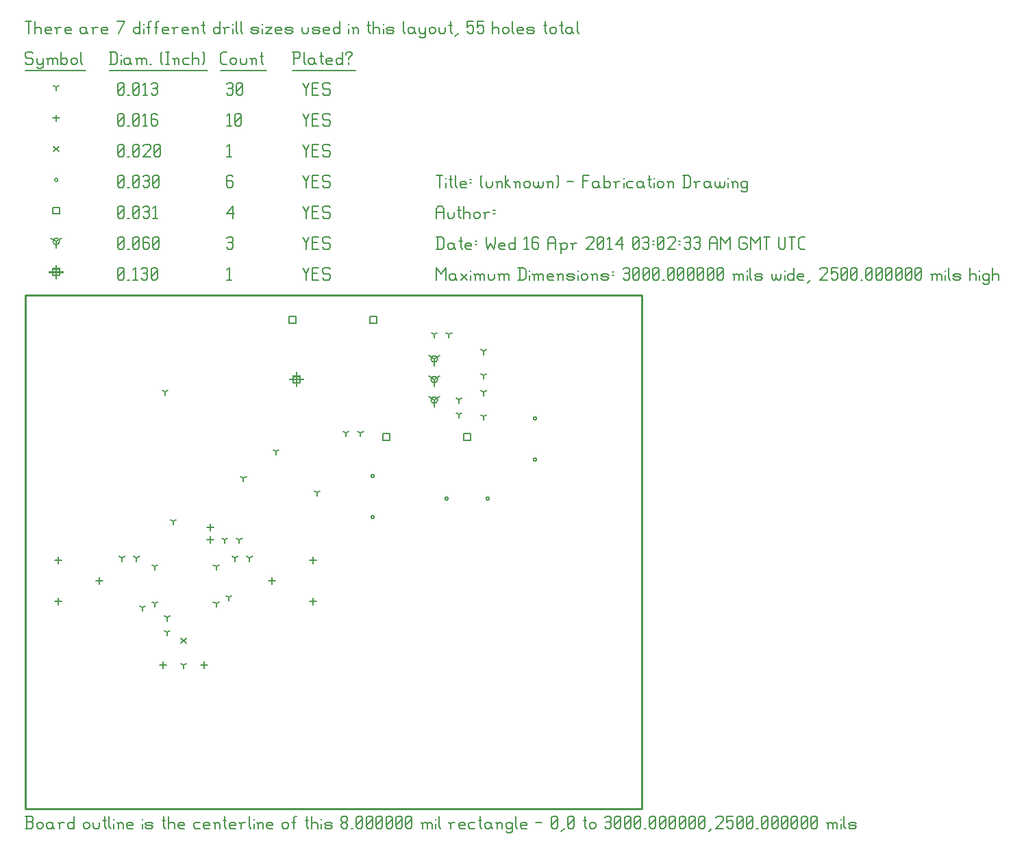
<source format=gbr>
G04 start of page 14 for group -3984 idx -3984 *
G04 Title: (unknown), fab *
G04 Creator: pcb 20110918 *
G04 CreationDate: Wed 16 Apr 2014 03:02:33 AM GMT UTC *
G04 For: commonadmin *
G04 Format: Gerber/RS-274X *
G04 PCB-Dimensions: 300000 250000 *
G04 PCB-Coordinate-Origin: lower left *
%MOIN*%
%FSLAX25Y25*%
%LNFAB*%
%ADD117C,0.0100*%
%ADD116C,0.0075*%
%ADD115C,0.0060*%
%ADD114R,0.0080X0.0080*%
G54D114*X132000Y212200D02*Y205800D01*
X128800Y209000D02*X135200D01*
X130400Y210600D02*X133600D01*
X130400D02*Y207400D01*
X133600D01*
Y210600D02*Y207400D01*
X15000Y264450D02*Y258050D01*
X11800Y261250D02*X18200D01*
X13400Y262850D02*X16600D01*
X13400D02*Y259650D01*
X16600D01*
Y262850D02*Y259650D01*
G54D115*X135000Y263500D02*X136500Y260500D01*
X138000Y263500D01*
X136500Y260500D02*Y257500D01*
X139800Y260800D02*X142050D01*
X139800Y257500D02*X142800D01*
X139800Y263500D02*Y257500D01*
Y263500D02*X142800D01*
X147600D02*X148350Y262750D01*
X145350Y263500D02*X147600D01*
X144600Y262750D02*X145350Y263500D01*
X144600Y262750D02*Y261250D01*
X145350Y260500D01*
X147600D01*
X148350Y259750D01*
Y258250D01*
X147600Y257500D02*X148350Y258250D01*
X145350Y257500D02*X147600D01*
X144600Y258250D02*X145350Y257500D01*
X98000Y262300D02*X99200Y263500D01*
Y257500D01*
X98000D02*X100250D01*
X45000Y258250D02*X45750Y257500D01*
X45000Y262750D02*Y258250D01*
Y262750D02*X45750Y263500D01*
X47250D01*
X48000Y262750D01*
Y258250D01*
X47250Y257500D02*X48000Y258250D01*
X45750Y257500D02*X47250D01*
X45000Y259000D02*X48000Y262000D01*
X49800Y257500D02*X50550D01*
X52350Y262300D02*X53550Y263500D01*
Y257500D01*
X52350D02*X54600D01*
X56400Y262750D02*X57150Y263500D01*
X58650D01*
X59400Y262750D01*
X58650Y257500D02*X59400Y258250D01*
X57150Y257500D02*X58650D01*
X56400Y258250D02*X57150Y257500D01*
Y260800D02*X58650D01*
X59400Y262750D02*Y261550D01*
Y260050D02*Y258250D01*
Y260050D02*X58650Y260800D01*
X59400Y261550D02*X58650Y260800D01*
X61200Y258250D02*X61950Y257500D01*
X61200Y262750D02*Y258250D01*
Y262750D02*X61950Y263500D01*
X63450D01*
X64200Y262750D01*
Y258250D01*
X63450Y257500D02*X64200Y258250D01*
X61950Y257500D02*X63450D01*
X61200Y259000D02*X64200Y262000D01*
X199000Y199000D02*Y195800D01*
Y199000D02*X201773Y200600D01*
X199000Y199000D02*X196227Y200600D01*
X197400Y199000D02*G75*G03X200600Y199000I1600J0D01*G01*
G75*G03X197400Y199000I-1600J0D01*G01*
X199000Y209000D02*Y205800D01*
Y209000D02*X201773Y210600D01*
X199000Y209000D02*X196227Y210600D01*
X197400Y209000D02*G75*G03X200600Y209000I1600J0D01*G01*
G75*G03X197400Y209000I-1600J0D01*G01*
X199000Y219000D02*Y215800D01*
Y219000D02*X201773Y220600D01*
X199000Y219000D02*X196227Y220600D01*
X197400Y219000D02*G75*G03X200600Y219000I1600J0D01*G01*
G75*G03X197400Y219000I-1600J0D01*G01*
X15000Y276250D02*Y273050D01*
Y276250D02*X17773Y277850D01*
X15000Y276250D02*X12227Y277850D01*
X13400Y276250D02*G75*G03X16600Y276250I1600J0D01*G01*
G75*G03X13400Y276250I-1600J0D01*G01*
X135000Y278500D02*X136500Y275500D01*
X138000Y278500D01*
X136500Y275500D02*Y272500D01*
X139800Y275800D02*X142050D01*
X139800Y272500D02*X142800D01*
X139800Y278500D02*Y272500D01*
Y278500D02*X142800D01*
X147600D02*X148350Y277750D01*
X145350Y278500D02*X147600D01*
X144600Y277750D02*X145350Y278500D01*
X144600Y277750D02*Y276250D01*
X145350Y275500D01*
X147600D01*
X148350Y274750D01*
Y273250D01*
X147600Y272500D02*X148350Y273250D01*
X145350Y272500D02*X147600D01*
X144600Y273250D02*X145350Y272500D01*
X98000Y277750D02*X98750Y278500D01*
X100250D01*
X101000Y277750D01*
X100250Y272500D02*X101000Y273250D01*
X98750Y272500D02*X100250D01*
X98000Y273250D02*X98750Y272500D01*
Y275800D02*X100250D01*
X101000Y277750D02*Y276550D01*
Y275050D02*Y273250D01*
Y275050D02*X100250Y275800D01*
X101000Y276550D02*X100250Y275800D01*
X45000Y273250D02*X45750Y272500D01*
X45000Y277750D02*Y273250D01*
Y277750D02*X45750Y278500D01*
X47250D01*
X48000Y277750D01*
Y273250D01*
X47250Y272500D02*X48000Y273250D01*
X45750Y272500D02*X47250D01*
X45000Y274000D02*X48000Y277000D01*
X49800Y272500D02*X50550D01*
X52350Y273250D02*X53100Y272500D01*
X52350Y277750D02*Y273250D01*
Y277750D02*X53100Y278500D01*
X54600D01*
X55350Y277750D01*
Y273250D01*
X54600Y272500D02*X55350Y273250D01*
X53100Y272500D02*X54600D01*
X52350Y274000D02*X55350Y277000D01*
X59400Y278500D02*X60150Y277750D01*
X57900Y278500D02*X59400D01*
X57150Y277750D02*X57900Y278500D01*
X57150Y277750D02*Y273250D01*
X57900Y272500D01*
X59400Y275800D02*X60150Y275050D01*
X57150Y275800D02*X59400D01*
X57900Y272500D02*X59400D01*
X60150Y273250D01*
Y275050D02*Y273250D01*
X61950D02*X62700Y272500D01*
X61950Y277750D02*Y273250D01*
Y277750D02*X62700Y278500D01*
X64200D01*
X64950Y277750D01*
Y273250D01*
X64200Y272500D02*X64950Y273250D01*
X62700Y272500D02*X64200D01*
X61950Y274000D02*X64950Y277000D01*
X213400Y182600D02*X216600D01*
X213400D02*Y179400D01*
X216600D01*
Y182600D02*Y179400D01*
X174030Y182600D02*X177230D01*
X174030D02*Y179400D01*
X177230D01*
Y182600D02*Y179400D01*
X167770Y239600D02*X170970D01*
X167770D02*Y236400D01*
X170970D01*
Y239600D02*Y236400D01*
X128400Y239600D02*X131600D01*
X128400D02*Y236400D01*
X131600D01*
Y239600D02*Y236400D01*
X13400Y292850D02*X16600D01*
X13400D02*Y289650D01*
X16600D01*
Y292850D02*Y289650D01*
X135000Y293500D02*X136500Y290500D01*
X138000Y293500D01*
X136500Y290500D02*Y287500D01*
X139800Y290800D02*X142050D01*
X139800Y287500D02*X142800D01*
X139800Y293500D02*Y287500D01*
Y293500D02*X142800D01*
X147600D02*X148350Y292750D01*
X145350Y293500D02*X147600D01*
X144600Y292750D02*X145350Y293500D01*
X144600Y292750D02*Y291250D01*
X145350Y290500D01*
X147600D01*
X148350Y289750D01*
Y288250D01*
X147600Y287500D02*X148350Y288250D01*
X145350Y287500D02*X147600D01*
X144600Y288250D02*X145350Y287500D01*
X98000Y289750D02*X101000Y293500D01*
X98000Y289750D02*X101750D01*
X101000Y293500D02*Y287500D01*
X45000Y288250D02*X45750Y287500D01*
X45000Y292750D02*Y288250D01*
Y292750D02*X45750Y293500D01*
X47250D01*
X48000Y292750D01*
Y288250D01*
X47250Y287500D02*X48000Y288250D01*
X45750Y287500D02*X47250D01*
X45000Y289000D02*X48000Y292000D01*
X49800Y287500D02*X50550D01*
X52350Y288250D02*X53100Y287500D01*
X52350Y292750D02*Y288250D01*
Y292750D02*X53100Y293500D01*
X54600D01*
X55350Y292750D01*
Y288250D01*
X54600Y287500D02*X55350Y288250D01*
X53100Y287500D02*X54600D01*
X52350Y289000D02*X55350Y292000D01*
X57150Y292750D02*X57900Y293500D01*
X59400D01*
X60150Y292750D01*
X59400Y287500D02*X60150Y288250D01*
X57900Y287500D02*X59400D01*
X57150Y288250D02*X57900Y287500D01*
Y290800D02*X59400D01*
X60150Y292750D02*Y291550D01*
Y290050D02*Y288250D01*
Y290050D02*X59400Y290800D01*
X60150Y291550D02*X59400Y290800D01*
X61950Y292300D02*X63150Y293500D01*
Y287500D01*
X61950D02*X64200D01*
X168200Y162000D02*G75*G03X169800Y162000I800J0D01*G01*
G75*G03X168200Y162000I-800J0D01*G01*
Y142000D02*G75*G03X169800Y142000I800J0D01*G01*
G75*G03X168200Y142000I-800J0D01*G01*
X204200Y151000D02*G75*G03X205800Y151000I800J0D01*G01*
G75*G03X204200Y151000I-800J0D01*G01*
X224200D02*G75*G03X225800Y151000I800J0D01*G01*
G75*G03X224200Y151000I-800J0D01*G01*
X247200Y190000D02*G75*G03X248800Y190000I800J0D01*G01*
G75*G03X247200Y190000I-800J0D01*G01*
Y170000D02*G75*G03X248800Y170000I800J0D01*G01*
G75*G03X247200Y170000I-800J0D01*G01*
X14200Y306250D02*G75*G03X15800Y306250I800J0D01*G01*
G75*G03X14200Y306250I-800J0D01*G01*
X135000Y308500D02*X136500Y305500D01*
X138000Y308500D01*
X136500Y305500D02*Y302500D01*
X139800Y305800D02*X142050D01*
X139800Y302500D02*X142800D01*
X139800Y308500D02*Y302500D01*
Y308500D02*X142800D01*
X147600D02*X148350Y307750D01*
X145350Y308500D02*X147600D01*
X144600Y307750D02*X145350Y308500D01*
X144600Y307750D02*Y306250D01*
X145350Y305500D01*
X147600D01*
X148350Y304750D01*
Y303250D01*
X147600Y302500D02*X148350Y303250D01*
X145350Y302500D02*X147600D01*
X144600Y303250D02*X145350Y302500D01*
X100250Y308500D02*X101000Y307750D01*
X98750Y308500D02*X100250D01*
X98000Y307750D02*X98750Y308500D01*
X98000Y307750D02*Y303250D01*
X98750Y302500D01*
X100250Y305800D02*X101000Y305050D01*
X98000Y305800D02*X100250D01*
X98750Y302500D02*X100250D01*
X101000Y303250D01*
Y305050D02*Y303250D01*
X45000D02*X45750Y302500D01*
X45000Y307750D02*Y303250D01*
Y307750D02*X45750Y308500D01*
X47250D01*
X48000Y307750D01*
Y303250D01*
X47250Y302500D02*X48000Y303250D01*
X45750Y302500D02*X47250D01*
X45000Y304000D02*X48000Y307000D01*
X49800Y302500D02*X50550D01*
X52350Y303250D02*X53100Y302500D01*
X52350Y307750D02*Y303250D01*
Y307750D02*X53100Y308500D01*
X54600D01*
X55350Y307750D01*
Y303250D01*
X54600Y302500D02*X55350Y303250D01*
X53100Y302500D02*X54600D01*
X52350Y304000D02*X55350Y307000D01*
X57150Y307750D02*X57900Y308500D01*
X59400D01*
X60150Y307750D01*
X59400Y302500D02*X60150Y303250D01*
X57900Y302500D02*X59400D01*
X57150Y303250D02*X57900Y302500D01*
Y305800D02*X59400D01*
X60150Y307750D02*Y306550D01*
Y305050D02*Y303250D01*
Y305050D02*X59400Y305800D01*
X60150Y306550D02*X59400Y305800D01*
X61950Y303250D02*X62700Y302500D01*
X61950Y307750D02*Y303250D01*
Y307750D02*X62700Y308500D01*
X64200D01*
X64950Y307750D01*
Y303250D01*
X64200Y302500D02*X64950Y303250D01*
X62700Y302500D02*X64200D01*
X61950Y304000D02*X64950Y307000D01*
X75800Y83200D02*X78200Y80800D01*
X75800D02*X78200Y83200D01*
X13800Y322450D02*X16200Y320050D01*
X13800D02*X16200Y322450D01*
X135000Y323500D02*X136500Y320500D01*
X138000Y323500D01*
X136500Y320500D02*Y317500D01*
X139800Y320800D02*X142050D01*
X139800Y317500D02*X142800D01*
X139800Y323500D02*Y317500D01*
Y323500D02*X142800D01*
X147600D02*X148350Y322750D01*
X145350Y323500D02*X147600D01*
X144600Y322750D02*X145350Y323500D01*
X144600Y322750D02*Y321250D01*
X145350Y320500D01*
X147600D01*
X148350Y319750D01*
Y318250D01*
X147600Y317500D02*X148350Y318250D01*
X145350Y317500D02*X147600D01*
X144600Y318250D02*X145350Y317500D01*
X98000Y322300D02*X99200Y323500D01*
Y317500D01*
X98000D02*X100250D01*
X45000Y318250D02*X45750Y317500D01*
X45000Y322750D02*Y318250D01*
Y322750D02*X45750Y323500D01*
X47250D01*
X48000Y322750D01*
Y318250D01*
X47250Y317500D02*X48000Y318250D01*
X45750Y317500D02*X47250D01*
X45000Y319000D02*X48000Y322000D01*
X49800Y317500D02*X50550D01*
X52350Y318250D02*X53100Y317500D01*
X52350Y322750D02*Y318250D01*
Y322750D02*X53100Y323500D01*
X54600D01*
X55350Y322750D01*
Y318250D01*
X54600Y317500D02*X55350Y318250D01*
X53100Y317500D02*X54600D01*
X52350Y319000D02*X55350Y322000D01*
X57150Y322750D02*X57900Y323500D01*
X60150D01*
X60900Y322750D01*
Y321250D01*
X57150Y317500D02*X60900Y321250D01*
X57150Y317500D02*X60900D01*
X62700Y318250D02*X63450Y317500D01*
X62700Y322750D02*Y318250D01*
Y322750D02*X63450Y323500D01*
X64950D01*
X65700Y322750D01*
Y318250D01*
X64950Y317500D02*X65700Y318250D01*
X63450Y317500D02*X64950D01*
X62700Y319000D02*X65700Y322000D01*
X16000Y102600D02*Y99400D01*
X14400Y101000D02*X17600D01*
X140000Y122600D02*Y119400D01*
X138400Y121000D02*X141600D01*
X120000Y112600D02*Y109400D01*
X118400Y111000D02*X121600D01*
X16000Y122600D02*Y119400D01*
X14400Y121000D02*X17600D01*
X140000Y102600D02*Y99400D01*
X138400Y101000D02*X141600D01*
X67000Y71600D02*Y68400D01*
X65400Y70000D02*X68600D01*
X87000Y71600D02*Y68400D01*
X85400Y70000D02*X88600D01*
X36000Y112600D02*Y109400D01*
X34400Y111000D02*X37600D01*
X90000Y132600D02*Y129400D01*
X88400Y131000D02*X91600D01*
X90000Y138600D02*Y135400D01*
X88400Y137000D02*X91600D01*
X15000Y337850D02*Y334650D01*
X13400Y336250D02*X16600D01*
X135000Y338500D02*X136500Y335500D01*
X138000Y338500D01*
X136500Y335500D02*Y332500D01*
X139800Y335800D02*X142050D01*
X139800Y332500D02*X142800D01*
X139800Y338500D02*Y332500D01*
Y338500D02*X142800D01*
X147600D02*X148350Y337750D01*
X145350Y338500D02*X147600D01*
X144600Y337750D02*X145350Y338500D01*
X144600Y337750D02*Y336250D01*
X145350Y335500D01*
X147600D01*
X148350Y334750D01*
Y333250D01*
X147600Y332500D02*X148350Y333250D01*
X145350Y332500D02*X147600D01*
X144600Y333250D02*X145350Y332500D01*
X98000Y337300D02*X99200Y338500D01*
Y332500D01*
X98000D02*X100250D01*
X102050Y333250D02*X102800Y332500D01*
X102050Y337750D02*Y333250D01*
Y337750D02*X102800Y338500D01*
X104300D01*
X105050Y337750D01*
Y333250D01*
X104300Y332500D02*X105050Y333250D01*
X102800Y332500D02*X104300D01*
X102050Y334000D02*X105050Y337000D01*
X45000Y333250D02*X45750Y332500D01*
X45000Y337750D02*Y333250D01*
Y337750D02*X45750Y338500D01*
X47250D01*
X48000Y337750D01*
Y333250D01*
X47250Y332500D02*X48000Y333250D01*
X45750Y332500D02*X47250D01*
X45000Y334000D02*X48000Y337000D01*
X49800Y332500D02*X50550D01*
X52350Y333250D02*X53100Y332500D01*
X52350Y337750D02*Y333250D01*
Y337750D02*X53100Y338500D01*
X54600D01*
X55350Y337750D01*
Y333250D01*
X54600Y332500D02*X55350Y333250D01*
X53100Y332500D02*X54600D01*
X52350Y334000D02*X55350Y337000D01*
X57150Y337300D02*X58350Y338500D01*
Y332500D01*
X57150D02*X59400D01*
X63450Y338500D02*X64200Y337750D01*
X61950Y338500D02*X63450D01*
X61200Y337750D02*X61950Y338500D01*
X61200Y337750D02*Y333250D01*
X61950Y332500D01*
X63450Y335800D02*X64200Y335050D01*
X61200Y335800D02*X63450D01*
X61950Y332500D02*X63450D01*
X64200Y333250D01*
Y335050D02*Y333250D01*
X92810Y100000D02*Y98400D01*
Y100000D02*X94197Y100800D01*
X92810Y100000D02*X91423Y100800D01*
X63000Y100000D02*Y98400D01*
Y100000D02*X64387Y100800D01*
X63000Y100000D02*X61613Y100800D01*
X92810Y118000D02*Y116400D01*
Y118000D02*X94197Y118800D01*
X92810Y118000D02*X91423Y118800D01*
X63000Y118000D02*Y116400D01*
Y118000D02*X64387Y118800D01*
X63000Y118000D02*X61613Y118800D01*
X72000Y140000D02*Y138400D01*
Y140000D02*X73387Y140800D01*
X72000Y140000D02*X70613Y140800D01*
X47000Y122100D02*Y120500D01*
Y122100D02*X48387Y122900D01*
X47000Y122100D02*X45613Y122900D01*
X54086Y122100D02*Y120500D01*
Y122100D02*X55473Y122900D01*
X54086Y122100D02*X52699Y122900D01*
X102000Y122100D02*Y120500D01*
Y122100D02*X103387Y122900D01*
X102000Y122100D02*X100613Y122900D01*
X109086Y122100D02*Y120500D01*
Y122100D02*X110473Y122900D01*
X109086Y122100D02*X107699Y122900D01*
X77000Y70000D02*Y68400D01*
Y70000D02*X78387Y70800D01*
X77000Y70000D02*X75613Y70800D01*
X99000Y103000D02*Y101400D01*
Y103000D02*X100387Y103800D01*
X99000Y103000D02*X97613Y103800D01*
X57000Y98000D02*Y96400D01*
Y98000D02*X58387Y98800D01*
X57000Y98000D02*X55613Y98800D01*
X69000Y93086D02*Y91486D01*
Y93086D02*X70387Y93886D01*
X69000Y93086D02*X67613Y93886D01*
X69000Y86000D02*Y84400D01*
Y86000D02*X70387Y86800D01*
X69000Y86000D02*X67613Y86800D01*
X68000Y203000D02*Y201400D01*
Y203000D02*X69387Y203800D01*
X68000Y203000D02*X66613Y203800D01*
X106086Y161000D02*Y159400D01*
Y161000D02*X107473Y161800D01*
X106086Y161000D02*X104699Y161800D01*
X122000Y174000D02*Y172400D01*
Y174000D02*X123387Y174800D01*
X122000Y174000D02*X120613Y174800D01*
X156000Y183000D02*Y181400D01*
Y183000D02*X157387Y183800D01*
X156000Y183000D02*X154613Y183800D01*
X104086Y131000D02*Y129400D01*
Y131000D02*X105473Y131800D01*
X104086Y131000D02*X102699Y131800D01*
X97000Y131000D02*Y129400D01*
Y131000D02*X98387Y131800D01*
X97000Y131000D02*X95613Y131800D01*
X211000Y199086D02*Y197486D01*
Y199086D02*X212387Y199886D01*
X211000Y199086D02*X209613Y199886D01*
X211000Y192000D02*Y190400D01*
Y192000D02*X212387Y192800D01*
X211000Y192000D02*X209613Y192800D01*
X223000Y191000D02*Y189400D01*
Y191000D02*X224387Y191800D01*
X223000Y191000D02*X221613Y191800D01*
X199000Y231000D02*Y229400D01*
Y231000D02*X200387Y231800D01*
X199000Y231000D02*X197613Y231800D01*
X206086Y231000D02*Y229400D01*
Y231000D02*X207473Y231800D01*
X206086Y231000D02*X204699Y231800D01*
X223000Y202810D02*Y201210D01*
Y202810D02*X224387Y203610D01*
X223000Y202810D02*X221613Y203610D01*
X223000Y211000D02*Y209400D01*
Y211000D02*X224387Y211800D01*
X223000Y211000D02*X221613Y211800D01*
X223000Y222810D02*Y221210D01*
Y222810D02*X224387Y223610D01*
X223000Y222810D02*X221613Y223610D01*
X163086Y183000D02*Y181400D01*
Y183000D02*X164473Y183800D01*
X163086Y183000D02*X161699Y183800D01*
X142000Y154000D02*Y152400D01*
Y154000D02*X143387Y154800D01*
X142000Y154000D02*X140613Y154800D01*
X15000Y351250D02*Y349650D01*
Y351250D02*X16387Y352050D01*
X15000Y351250D02*X13613Y352050D01*
X135000Y353500D02*X136500Y350500D01*
X138000Y353500D01*
X136500Y350500D02*Y347500D01*
X139800Y350800D02*X142050D01*
X139800Y347500D02*X142800D01*
X139800Y353500D02*Y347500D01*
Y353500D02*X142800D01*
X147600D02*X148350Y352750D01*
X145350Y353500D02*X147600D01*
X144600Y352750D02*X145350Y353500D01*
X144600Y352750D02*Y351250D01*
X145350Y350500D01*
X147600D01*
X148350Y349750D01*
Y348250D01*
X147600Y347500D02*X148350Y348250D01*
X145350Y347500D02*X147600D01*
X144600Y348250D02*X145350Y347500D01*
X98000Y352750D02*X98750Y353500D01*
X100250D01*
X101000Y352750D01*
X100250Y347500D02*X101000Y348250D01*
X98750Y347500D02*X100250D01*
X98000Y348250D02*X98750Y347500D01*
Y350800D02*X100250D01*
X101000Y352750D02*Y351550D01*
Y350050D02*Y348250D01*
Y350050D02*X100250Y350800D01*
X101000Y351550D02*X100250Y350800D01*
X102800Y348250D02*X103550Y347500D01*
X102800Y352750D02*Y348250D01*
Y352750D02*X103550Y353500D01*
X105050D01*
X105800Y352750D01*
Y348250D01*
X105050Y347500D02*X105800Y348250D01*
X103550Y347500D02*X105050D01*
X102800Y349000D02*X105800Y352000D01*
X45000Y348250D02*X45750Y347500D01*
X45000Y352750D02*Y348250D01*
Y352750D02*X45750Y353500D01*
X47250D01*
X48000Y352750D01*
Y348250D01*
X47250Y347500D02*X48000Y348250D01*
X45750Y347500D02*X47250D01*
X45000Y349000D02*X48000Y352000D01*
X49800Y347500D02*X50550D01*
X52350Y348250D02*X53100Y347500D01*
X52350Y352750D02*Y348250D01*
Y352750D02*X53100Y353500D01*
X54600D01*
X55350Y352750D01*
Y348250D01*
X54600Y347500D02*X55350Y348250D01*
X53100Y347500D02*X54600D01*
X52350Y349000D02*X55350Y352000D01*
X57150Y352300D02*X58350Y353500D01*
Y347500D01*
X57150D02*X59400D01*
X61200Y352750D02*X61950Y353500D01*
X63450D01*
X64200Y352750D01*
X63450Y347500D02*X64200Y348250D01*
X61950Y347500D02*X63450D01*
X61200Y348250D02*X61950Y347500D01*
Y350800D02*X63450D01*
X64200Y352750D02*Y351550D01*
Y350050D02*Y348250D01*
Y350050D02*X63450Y350800D01*
X64200Y351550D02*X63450Y350800D01*
X3000Y368500D02*X3750Y367750D01*
X750Y368500D02*X3000D01*
X0Y367750D02*X750Y368500D01*
X0Y367750D02*Y366250D01*
X750Y365500D01*
X3000D01*
X3750Y364750D01*
Y363250D01*
X3000Y362500D02*X3750Y363250D01*
X750Y362500D02*X3000D01*
X0Y363250D02*X750Y362500D01*
X5550Y365500D02*Y363250D01*
X6300Y362500D01*
X8550Y365500D02*Y361000D01*
X7800Y360250D02*X8550Y361000D01*
X6300Y360250D02*X7800D01*
X5550Y361000D02*X6300Y360250D01*
Y362500D02*X7800D01*
X8550Y363250D01*
X11100Y364750D02*Y362500D01*
Y364750D02*X11850Y365500D01*
X12600D01*
X13350Y364750D01*
Y362500D01*
Y364750D02*X14100Y365500D01*
X14850D01*
X15600Y364750D01*
Y362500D01*
X10350Y365500D02*X11100Y364750D01*
X17400Y368500D02*Y362500D01*
Y363250D02*X18150Y362500D01*
X19650D01*
X20400Y363250D01*
Y364750D02*Y363250D01*
X19650Y365500D02*X20400Y364750D01*
X18150Y365500D02*X19650D01*
X17400Y364750D02*X18150Y365500D01*
X22200Y364750D02*Y363250D01*
Y364750D02*X22950Y365500D01*
X24450D01*
X25200Y364750D01*
Y363250D01*
X24450Y362500D02*X25200Y363250D01*
X22950Y362500D02*X24450D01*
X22200Y363250D02*X22950Y362500D01*
X27000Y368500D02*Y363250D01*
X27750Y362500D01*
X0Y359250D02*X29250D01*
X41750Y368500D02*Y362500D01*
X43700Y368500D02*X44750Y367450D01*
Y363550D01*
X43700Y362500D02*X44750Y363550D01*
X41000Y362500D02*X43700D01*
X41000Y368500D02*X43700D01*
G54D116*X46550Y367000D02*Y366850D01*
G54D115*Y364750D02*Y362500D01*
X50300Y365500D02*X51050Y364750D01*
X48800Y365500D02*X50300D01*
X48050Y364750D02*X48800Y365500D01*
X48050Y364750D02*Y363250D01*
X48800Y362500D01*
X51050Y365500D02*Y363250D01*
X51800Y362500D01*
X48800D02*X50300D01*
X51050Y363250D01*
X54350Y364750D02*Y362500D01*
Y364750D02*X55100Y365500D01*
X55850D01*
X56600Y364750D01*
Y362500D01*
Y364750D02*X57350Y365500D01*
X58100D01*
X58850Y364750D01*
Y362500D01*
X53600Y365500D02*X54350Y364750D01*
X60650Y362500D02*X61400D01*
X65900Y363250D02*X66650Y362500D01*
X65900Y367750D02*X66650Y368500D01*
X65900Y367750D02*Y363250D01*
X68450Y368500D02*X69950D01*
X69200D02*Y362500D01*
X68450D02*X69950D01*
X72500Y364750D02*Y362500D01*
Y364750D02*X73250Y365500D01*
X74000D01*
X74750Y364750D01*
Y362500D01*
X71750Y365500D02*X72500Y364750D01*
X77300Y365500D02*X79550D01*
X76550Y364750D02*X77300Y365500D01*
X76550Y364750D02*Y363250D01*
X77300Y362500D01*
X79550D01*
X81350Y368500D02*Y362500D01*
Y364750D02*X82100Y365500D01*
X83600D01*
X84350Y364750D01*
Y362500D01*
X86150Y368500D02*X86900Y367750D01*
Y363250D01*
X86150Y362500D02*X86900Y363250D01*
X41000Y359250D02*X88700D01*
X96050Y362500D02*X98000D01*
X95000Y363550D02*X96050Y362500D01*
X95000Y367450D02*Y363550D01*
Y367450D02*X96050Y368500D01*
X98000D01*
X99800Y364750D02*Y363250D01*
Y364750D02*X100550Y365500D01*
X102050D01*
X102800Y364750D01*
Y363250D01*
X102050Y362500D02*X102800Y363250D01*
X100550Y362500D02*X102050D01*
X99800Y363250D02*X100550Y362500D01*
X104600Y365500D02*Y363250D01*
X105350Y362500D01*
X106850D01*
X107600Y363250D01*
Y365500D02*Y363250D01*
X110150Y364750D02*Y362500D01*
Y364750D02*X110900Y365500D01*
X111650D01*
X112400Y364750D01*
Y362500D01*
X109400Y365500D02*X110150Y364750D01*
X114950Y368500D02*Y363250D01*
X115700Y362500D01*
X114200Y366250D02*X115700D01*
X95000Y359250D02*X117200D01*
X130750Y368500D02*Y362500D01*
X130000Y368500D02*X133000D01*
X133750Y367750D01*
Y366250D01*
X133000Y365500D02*X133750Y366250D01*
X130750Y365500D02*X133000D01*
X135550Y368500D02*Y363250D01*
X136300Y362500D01*
X140050Y365500D02*X140800Y364750D01*
X138550Y365500D02*X140050D01*
X137800Y364750D02*X138550Y365500D01*
X137800Y364750D02*Y363250D01*
X138550Y362500D01*
X140800Y365500D02*Y363250D01*
X141550Y362500D01*
X138550D02*X140050D01*
X140800Y363250D01*
X144100Y368500D02*Y363250D01*
X144850Y362500D01*
X143350Y366250D02*X144850D01*
X147100Y362500D02*X149350D01*
X146350Y363250D02*X147100Y362500D01*
X146350Y364750D02*Y363250D01*
Y364750D02*X147100Y365500D01*
X148600D01*
X149350Y364750D01*
X146350Y364000D02*X149350D01*
Y364750D02*Y364000D01*
X154150Y368500D02*Y362500D01*
X153400D02*X154150Y363250D01*
X151900Y362500D02*X153400D01*
X151150Y363250D02*X151900Y362500D01*
X151150Y364750D02*Y363250D01*
Y364750D02*X151900Y365500D01*
X153400D01*
X154150Y364750D01*
X157450Y365500D02*Y364750D01*
Y363250D02*Y362500D01*
X155950Y367750D02*Y367000D01*
Y367750D02*X156700Y368500D01*
X158200D01*
X158950Y367750D01*
Y367000D01*
X157450Y365500D02*X158950Y367000D01*
X130000Y359250D02*X160750D01*
X0Y383500D02*X3000D01*
X1500D02*Y377500D01*
X4800Y383500D02*Y377500D01*
Y379750D02*X5550Y380500D01*
X7050D01*
X7800Y379750D01*
Y377500D01*
X10350D02*X12600D01*
X9600Y378250D02*X10350Y377500D01*
X9600Y379750D02*Y378250D01*
Y379750D02*X10350Y380500D01*
X11850D01*
X12600Y379750D01*
X9600Y379000D02*X12600D01*
Y379750D02*Y379000D01*
X15150Y379750D02*Y377500D01*
Y379750D02*X15900Y380500D01*
X17400D01*
X14400D02*X15150Y379750D01*
X19950Y377500D02*X22200D01*
X19200Y378250D02*X19950Y377500D01*
X19200Y379750D02*Y378250D01*
Y379750D02*X19950Y380500D01*
X21450D01*
X22200Y379750D01*
X19200Y379000D02*X22200D01*
Y379750D02*Y379000D01*
X28950Y380500D02*X29700Y379750D01*
X27450Y380500D02*X28950D01*
X26700Y379750D02*X27450Y380500D01*
X26700Y379750D02*Y378250D01*
X27450Y377500D01*
X29700Y380500D02*Y378250D01*
X30450Y377500D01*
X27450D02*X28950D01*
X29700Y378250D01*
X33000Y379750D02*Y377500D01*
Y379750D02*X33750Y380500D01*
X35250D01*
X32250D02*X33000Y379750D01*
X37800Y377500D02*X40050D01*
X37050Y378250D02*X37800Y377500D01*
X37050Y379750D02*Y378250D01*
Y379750D02*X37800Y380500D01*
X39300D01*
X40050Y379750D01*
X37050Y379000D02*X40050D01*
Y379750D02*Y379000D01*
X45300Y377500D02*X48300Y383500D01*
X44550D02*X48300D01*
X55800D02*Y377500D01*
X55050D02*X55800Y378250D01*
X53550Y377500D02*X55050D01*
X52800Y378250D02*X53550Y377500D01*
X52800Y379750D02*Y378250D01*
Y379750D02*X53550Y380500D01*
X55050D01*
X55800Y379750D01*
G54D116*X57600Y382000D02*Y381850D01*
G54D115*Y379750D02*Y377500D01*
X59850Y382750D02*Y377500D01*
Y382750D02*X60600Y383500D01*
X61350D01*
X59100Y380500D02*X60600D01*
X63600Y382750D02*Y377500D01*
Y382750D02*X64350Y383500D01*
X65100D01*
X62850Y380500D02*X64350D01*
X67350Y377500D02*X69600D01*
X66600Y378250D02*X67350Y377500D01*
X66600Y379750D02*Y378250D01*
Y379750D02*X67350Y380500D01*
X68850D01*
X69600Y379750D01*
X66600Y379000D02*X69600D01*
Y379750D02*Y379000D01*
X72150Y379750D02*Y377500D01*
Y379750D02*X72900Y380500D01*
X74400D01*
X71400D02*X72150Y379750D01*
X76950Y377500D02*X79200D01*
X76200Y378250D02*X76950Y377500D01*
X76200Y379750D02*Y378250D01*
Y379750D02*X76950Y380500D01*
X78450D01*
X79200Y379750D01*
X76200Y379000D02*X79200D01*
Y379750D02*Y379000D01*
X81750Y379750D02*Y377500D01*
Y379750D02*X82500Y380500D01*
X83250D01*
X84000Y379750D01*
Y377500D01*
X81000Y380500D02*X81750Y379750D01*
X86550Y383500D02*Y378250D01*
X87300Y377500D01*
X85800Y381250D02*X87300D01*
X94500Y383500D02*Y377500D01*
X93750D02*X94500Y378250D01*
X92250Y377500D02*X93750D01*
X91500Y378250D02*X92250Y377500D01*
X91500Y379750D02*Y378250D01*
Y379750D02*X92250Y380500D01*
X93750D01*
X94500Y379750D01*
X97050D02*Y377500D01*
Y379750D02*X97800Y380500D01*
X99300D01*
X96300D02*X97050Y379750D01*
G54D116*X101100Y382000D02*Y381850D01*
G54D115*Y379750D02*Y377500D01*
X102600Y383500D02*Y378250D01*
X103350Y377500D01*
X104850Y383500D02*Y378250D01*
X105600Y377500D01*
X110550D02*X112800D01*
X113550Y378250D01*
X112800Y379000D02*X113550Y378250D01*
X110550Y379000D02*X112800D01*
X109800Y379750D02*X110550Y379000D01*
X109800Y379750D02*X110550Y380500D01*
X112800D01*
X113550Y379750D01*
X109800Y378250D02*X110550Y377500D01*
G54D116*X115350Y382000D02*Y381850D01*
G54D115*Y379750D02*Y377500D01*
X116850Y380500D02*X119850D01*
X116850Y377500D02*X119850Y380500D01*
X116850Y377500D02*X119850D01*
X122400D02*X124650D01*
X121650Y378250D02*X122400Y377500D01*
X121650Y379750D02*Y378250D01*
Y379750D02*X122400Y380500D01*
X123900D01*
X124650Y379750D01*
X121650Y379000D02*X124650D01*
Y379750D02*Y379000D01*
X127200Y377500D02*X129450D01*
X130200Y378250D01*
X129450Y379000D02*X130200Y378250D01*
X127200Y379000D02*X129450D01*
X126450Y379750D02*X127200Y379000D01*
X126450Y379750D02*X127200Y380500D01*
X129450D01*
X130200Y379750D01*
X126450Y378250D02*X127200Y377500D01*
X134700Y380500D02*Y378250D01*
X135450Y377500D01*
X136950D01*
X137700Y378250D01*
Y380500D02*Y378250D01*
X140250Y377500D02*X142500D01*
X143250Y378250D01*
X142500Y379000D02*X143250Y378250D01*
X140250Y379000D02*X142500D01*
X139500Y379750D02*X140250Y379000D01*
X139500Y379750D02*X140250Y380500D01*
X142500D01*
X143250Y379750D01*
X139500Y378250D02*X140250Y377500D01*
X145800D02*X148050D01*
X145050Y378250D02*X145800Y377500D01*
X145050Y379750D02*Y378250D01*
Y379750D02*X145800Y380500D01*
X147300D01*
X148050Y379750D01*
X145050Y379000D02*X148050D01*
Y379750D02*Y379000D01*
X152850Y383500D02*Y377500D01*
X152100D02*X152850Y378250D01*
X150600Y377500D02*X152100D01*
X149850Y378250D02*X150600Y377500D01*
X149850Y379750D02*Y378250D01*
Y379750D02*X150600Y380500D01*
X152100D01*
X152850Y379750D01*
G54D116*X157350Y382000D02*Y381850D01*
G54D115*Y379750D02*Y377500D01*
X159600Y379750D02*Y377500D01*
Y379750D02*X160350Y380500D01*
X161100D01*
X161850Y379750D01*
Y377500D01*
X158850Y380500D02*X159600Y379750D01*
X167100Y383500D02*Y378250D01*
X167850Y377500D01*
X166350Y381250D02*X167850D01*
X169350Y383500D02*Y377500D01*
Y379750D02*X170100Y380500D01*
X171600D01*
X172350Y379750D01*
Y377500D01*
G54D116*X174150Y382000D02*Y381850D01*
G54D115*Y379750D02*Y377500D01*
X176400D02*X178650D01*
X179400Y378250D01*
X178650Y379000D02*X179400Y378250D01*
X176400Y379000D02*X178650D01*
X175650Y379750D02*X176400Y379000D01*
X175650Y379750D02*X176400Y380500D01*
X178650D01*
X179400Y379750D01*
X175650Y378250D02*X176400Y377500D01*
X183900Y383500D02*Y378250D01*
X184650Y377500D01*
X188400Y380500D02*X189150Y379750D01*
X186900Y380500D02*X188400D01*
X186150Y379750D02*X186900Y380500D01*
X186150Y379750D02*Y378250D01*
X186900Y377500D01*
X189150Y380500D02*Y378250D01*
X189900Y377500D01*
X186900D02*X188400D01*
X189150Y378250D01*
X191700Y380500D02*Y378250D01*
X192450Y377500D01*
X194700Y380500D02*Y376000D01*
X193950Y375250D02*X194700Y376000D01*
X192450Y375250D02*X193950D01*
X191700Y376000D02*X192450Y375250D01*
Y377500D02*X193950D01*
X194700Y378250D01*
X196500Y379750D02*Y378250D01*
Y379750D02*X197250Y380500D01*
X198750D01*
X199500Y379750D01*
Y378250D01*
X198750Y377500D02*X199500Y378250D01*
X197250Y377500D02*X198750D01*
X196500Y378250D02*X197250Y377500D01*
X201300Y380500D02*Y378250D01*
X202050Y377500D01*
X203550D01*
X204300Y378250D01*
Y380500D02*Y378250D01*
X206850Y383500D02*Y378250D01*
X207600Y377500D01*
X206100Y381250D02*X207600D01*
X209100Y376000D02*X210600Y377500D01*
X215100Y383500D02*X218100D01*
X215100D02*Y380500D01*
X215850Y381250D01*
X217350D01*
X218100Y380500D01*
Y378250D01*
X217350Y377500D02*X218100Y378250D01*
X215850Y377500D02*X217350D01*
X215100Y378250D02*X215850Y377500D01*
X219900Y383500D02*X222900D01*
X219900D02*Y380500D01*
X220650Y381250D01*
X222150D01*
X222900Y380500D01*
Y378250D01*
X222150Y377500D02*X222900Y378250D01*
X220650Y377500D02*X222150D01*
X219900Y378250D02*X220650Y377500D01*
X227400Y383500D02*Y377500D01*
Y379750D02*X228150Y380500D01*
X229650D01*
X230400Y379750D01*
Y377500D01*
X232200Y379750D02*Y378250D01*
Y379750D02*X232950Y380500D01*
X234450D01*
X235200Y379750D01*
Y378250D01*
X234450Y377500D02*X235200Y378250D01*
X232950Y377500D02*X234450D01*
X232200Y378250D02*X232950Y377500D01*
X237000Y383500D02*Y378250D01*
X237750Y377500D01*
X240000D02*X242250D01*
X239250Y378250D02*X240000Y377500D01*
X239250Y379750D02*Y378250D01*
Y379750D02*X240000Y380500D01*
X241500D01*
X242250Y379750D01*
X239250Y379000D02*X242250D01*
Y379750D02*Y379000D01*
X244800Y377500D02*X247050D01*
X247800Y378250D01*
X247050Y379000D02*X247800Y378250D01*
X244800Y379000D02*X247050D01*
X244050Y379750D02*X244800Y379000D01*
X244050Y379750D02*X244800Y380500D01*
X247050D01*
X247800Y379750D01*
X244050Y378250D02*X244800Y377500D01*
X253050Y383500D02*Y378250D01*
X253800Y377500D01*
X252300Y381250D02*X253800D01*
X255300Y379750D02*Y378250D01*
Y379750D02*X256050Y380500D01*
X257550D01*
X258300Y379750D01*
Y378250D01*
X257550Y377500D02*X258300Y378250D01*
X256050Y377500D02*X257550D01*
X255300Y378250D02*X256050Y377500D01*
X260850Y383500D02*Y378250D01*
X261600Y377500D01*
X260100Y381250D02*X261600D01*
X265350Y380500D02*X266100Y379750D01*
X263850Y380500D02*X265350D01*
X263100Y379750D02*X263850Y380500D01*
X263100Y379750D02*Y378250D01*
X263850Y377500D01*
X266100Y380500D02*Y378250D01*
X266850Y377500D01*
X263850D02*X265350D01*
X266100Y378250D01*
X268650Y383500D02*Y378250D01*
X269400Y377500D01*
G54D117*X0Y250000D02*X300000D01*
X0D02*Y0D01*
X300000Y250000D02*Y0D01*
X0D02*X300000D01*
G54D115*X200000Y263500D02*Y257500D01*
Y263500D02*X202250Y260500D01*
X204500Y263500D01*
Y257500D01*
X208550Y260500D02*X209300Y259750D01*
X207050Y260500D02*X208550D01*
X206300Y259750D02*X207050Y260500D01*
X206300Y259750D02*Y258250D01*
X207050Y257500D01*
X209300Y260500D02*Y258250D01*
X210050Y257500D01*
X207050D02*X208550D01*
X209300Y258250D01*
X211850Y260500D02*X214850Y257500D01*
X211850D02*X214850Y260500D01*
G54D116*X216650Y262000D02*Y261850D01*
G54D115*Y259750D02*Y257500D01*
X218900Y259750D02*Y257500D01*
Y259750D02*X219650Y260500D01*
X220400D01*
X221150Y259750D01*
Y257500D01*
Y259750D02*X221900Y260500D01*
X222650D01*
X223400Y259750D01*
Y257500D01*
X218150Y260500D02*X218900Y259750D01*
X225200Y260500D02*Y258250D01*
X225950Y257500D01*
X227450D01*
X228200Y258250D01*
Y260500D02*Y258250D01*
X230750Y259750D02*Y257500D01*
Y259750D02*X231500Y260500D01*
X232250D01*
X233000Y259750D01*
Y257500D01*
Y259750D02*X233750Y260500D01*
X234500D01*
X235250Y259750D01*
Y257500D01*
X230000Y260500D02*X230750Y259750D01*
X240500Y263500D02*Y257500D01*
X242450Y263500D02*X243500Y262450D01*
Y258550D01*
X242450Y257500D02*X243500Y258550D01*
X239750Y257500D02*X242450D01*
X239750Y263500D02*X242450D01*
G54D116*X245300Y262000D02*Y261850D01*
G54D115*Y259750D02*Y257500D01*
X247550Y259750D02*Y257500D01*
Y259750D02*X248300Y260500D01*
X249050D01*
X249800Y259750D01*
Y257500D01*
Y259750D02*X250550Y260500D01*
X251300D01*
X252050Y259750D01*
Y257500D01*
X246800Y260500D02*X247550Y259750D01*
X254600Y257500D02*X256850D01*
X253850Y258250D02*X254600Y257500D01*
X253850Y259750D02*Y258250D01*
Y259750D02*X254600Y260500D01*
X256100D01*
X256850Y259750D01*
X253850Y259000D02*X256850D01*
Y259750D02*Y259000D01*
X259400Y259750D02*Y257500D01*
Y259750D02*X260150Y260500D01*
X260900D01*
X261650Y259750D01*
Y257500D01*
X258650Y260500D02*X259400Y259750D01*
X264200Y257500D02*X266450D01*
X267200Y258250D01*
X266450Y259000D02*X267200Y258250D01*
X264200Y259000D02*X266450D01*
X263450Y259750D02*X264200Y259000D01*
X263450Y259750D02*X264200Y260500D01*
X266450D01*
X267200Y259750D01*
X263450Y258250D02*X264200Y257500D01*
G54D116*X269000Y262000D02*Y261850D01*
G54D115*Y259750D02*Y257500D01*
X270500Y259750D02*Y258250D01*
Y259750D02*X271250Y260500D01*
X272750D01*
X273500Y259750D01*
Y258250D01*
X272750Y257500D02*X273500Y258250D01*
X271250Y257500D02*X272750D01*
X270500Y258250D02*X271250Y257500D01*
X276050Y259750D02*Y257500D01*
Y259750D02*X276800Y260500D01*
X277550D01*
X278300Y259750D01*
Y257500D01*
X275300Y260500D02*X276050Y259750D01*
X280850Y257500D02*X283100D01*
X283850Y258250D01*
X283100Y259000D02*X283850Y258250D01*
X280850Y259000D02*X283100D01*
X280100Y259750D02*X280850Y259000D01*
X280100Y259750D02*X280850Y260500D01*
X283100D01*
X283850Y259750D01*
X280100Y258250D02*X280850Y257500D01*
X285650Y261250D02*X286400D01*
X285650Y259750D02*X286400D01*
X290900Y262750D02*X291650Y263500D01*
X293150D01*
X293900Y262750D01*
X293150Y257500D02*X293900Y258250D01*
X291650Y257500D02*X293150D01*
X290900Y258250D02*X291650Y257500D01*
Y260800D02*X293150D01*
X293900Y262750D02*Y261550D01*
Y260050D02*Y258250D01*
Y260050D02*X293150Y260800D01*
X293900Y261550D02*X293150Y260800D01*
X295700Y258250D02*X296450Y257500D01*
X295700Y262750D02*Y258250D01*
Y262750D02*X296450Y263500D01*
X297950D01*
X298700Y262750D01*
Y258250D01*
X297950Y257500D02*X298700Y258250D01*
X296450Y257500D02*X297950D01*
X295700Y259000D02*X298700Y262000D01*
X300500Y258250D02*X301250Y257500D01*
X300500Y262750D02*Y258250D01*
Y262750D02*X301250Y263500D01*
X302750D01*
X303500Y262750D01*
Y258250D01*
X302750Y257500D02*X303500Y258250D01*
X301250Y257500D02*X302750D01*
X300500Y259000D02*X303500Y262000D01*
X305300Y258250D02*X306050Y257500D01*
X305300Y262750D02*Y258250D01*
Y262750D02*X306050Y263500D01*
X307550D01*
X308300Y262750D01*
Y258250D01*
X307550Y257500D02*X308300Y258250D01*
X306050Y257500D02*X307550D01*
X305300Y259000D02*X308300Y262000D01*
X310100Y257500D02*X310850D01*
X312650Y258250D02*X313400Y257500D01*
X312650Y262750D02*Y258250D01*
Y262750D02*X313400Y263500D01*
X314900D01*
X315650Y262750D01*
Y258250D01*
X314900Y257500D02*X315650Y258250D01*
X313400Y257500D02*X314900D01*
X312650Y259000D02*X315650Y262000D01*
X317450Y258250D02*X318200Y257500D01*
X317450Y262750D02*Y258250D01*
Y262750D02*X318200Y263500D01*
X319700D01*
X320450Y262750D01*
Y258250D01*
X319700Y257500D02*X320450Y258250D01*
X318200Y257500D02*X319700D01*
X317450Y259000D02*X320450Y262000D01*
X322250Y258250D02*X323000Y257500D01*
X322250Y262750D02*Y258250D01*
Y262750D02*X323000Y263500D01*
X324500D01*
X325250Y262750D01*
Y258250D01*
X324500Y257500D02*X325250Y258250D01*
X323000Y257500D02*X324500D01*
X322250Y259000D02*X325250Y262000D01*
X327050Y258250D02*X327800Y257500D01*
X327050Y262750D02*Y258250D01*
Y262750D02*X327800Y263500D01*
X329300D01*
X330050Y262750D01*
Y258250D01*
X329300Y257500D02*X330050Y258250D01*
X327800Y257500D02*X329300D01*
X327050Y259000D02*X330050Y262000D01*
X331850Y258250D02*X332600Y257500D01*
X331850Y262750D02*Y258250D01*
Y262750D02*X332600Y263500D01*
X334100D01*
X334850Y262750D01*
Y258250D01*
X334100Y257500D02*X334850Y258250D01*
X332600Y257500D02*X334100D01*
X331850Y259000D02*X334850Y262000D01*
X336650Y258250D02*X337400Y257500D01*
X336650Y262750D02*Y258250D01*
Y262750D02*X337400Y263500D01*
X338900D01*
X339650Y262750D01*
Y258250D01*
X338900Y257500D02*X339650Y258250D01*
X337400Y257500D02*X338900D01*
X336650Y259000D02*X339650Y262000D01*
X344900Y259750D02*Y257500D01*
Y259750D02*X345650Y260500D01*
X346400D01*
X347150Y259750D01*
Y257500D01*
Y259750D02*X347900Y260500D01*
X348650D01*
X349400Y259750D01*
Y257500D01*
X344150Y260500D02*X344900Y259750D01*
G54D116*X351200Y262000D02*Y261850D01*
G54D115*Y259750D02*Y257500D01*
X352700Y263500D02*Y258250D01*
X353450Y257500D01*
X355700D02*X357950D01*
X358700Y258250D01*
X357950Y259000D02*X358700Y258250D01*
X355700Y259000D02*X357950D01*
X354950Y259750D02*X355700Y259000D01*
X354950Y259750D02*X355700Y260500D01*
X357950D01*
X358700Y259750D01*
X354950Y258250D02*X355700Y257500D01*
X363200Y260500D02*Y258250D01*
X363950Y257500D01*
X364700D01*
X365450Y258250D01*
Y260500D02*Y258250D01*
X366200Y257500D01*
X366950D01*
X367700Y258250D01*
Y260500D02*Y258250D01*
G54D116*X369500Y262000D02*Y261850D01*
G54D115*Y259750D02*Y257500D01*
X374000Y263500D02*Y257500D01*
X373250D02*X374000Y258250D01*
X371750Y257500D02*X373250D01*
X371000Y258250D02*X371750Y257500D01*
X371000Y259750D02*Y258250D01*
Y259750D02*X371750Y260500D01*
X373250D01*
X374000Y259750D01*
X376550Y257500D02*X378800D01*
X375800Y258250D02*X376550Y257500D01*
X375800Y259750D02*Y258250D01*
Y259750D02*X376550Y260500D01*
X378050D01*
X378800Y259750D01*
X375800Y259000D02*X378800D01*
Y259750D02*Y259000D01*
X380600Y256000D02*X382100Y257500D01*
X386600Y262750D02*X387350Y263500D01*
X389600D01*
X390350Y262750D01*
Y261250D01*
X386600Y257500D02*X390350Y261250D01*
X386600Y257500D02*X390350D01*
X392150Y263500D02*X395150D01*
X392150D02*Y260500D01*
X392900Y261250D01*
X394400D01*
X395150Y260500D01*
Y258250D01*
X394400Y257500D02*X395150Y258250D01*
X392900Y257500D02*X394400D01*
X392150Y258250D02*X392900Y257500D01*
X396950Y258250D02*X397700Y257500D01*
X396950Y262750D02*Y258250D01*
Y262750D02*X397700Y263500D01*
X399200D01*
X399950Y262750D01*
Y258250D01*
X399200Y257500D02*X399950Y258250D01*
X397700Y257500D02*X399200D01*
X396950Y259000D02*X399950Y262000D01*
X401750Y258250D02*X402500Y257500D01*
X401750Y262750D02*Y258250D01*
Y262750D02*X402500Y263500D01*
X404000D01*
X404750Y262750D01*
Y258250D01*
X404000Y257500D02*X404750Y258250D01*
X402500Y257500D02*X404000D01*
X401750Y259000D02*X404750Y262000D01*
X406550Y257500D02*X407300D01*
X409100Y258250D02*X409850Y257500D01*
X409100Y262750D02*Y258250D01*
Y262750D02*X409850Y263500D01*
X411350D01*
X412100Y262750D01*
Y258250D01*
X411350Y257500D02*X412100Y258250D01*
X409850Y257500D02*X411350D01*
X409100Y259000D02*X412100Y262000D01*
X413900Y258250D02*X414650Y257500D01*
X413900Y262750D02*Y258250D01*
Y262750D02*X414650Y263500D01*
X416150D01*
X416900Y262750D01*
Y258250D01*
X416150Y257500D02*X416900Y258250D01*
X414650Y257500D02*X416150D01*
X413900Y259000D02*X416900Y262000D01*
X418700Y258250D02*X419450Y257500D01*
X418700Y262750D02*Y258250D01*
Y262750D02*X419450Y263500D01*
X420950D01*
X421700Y262750D01*
Y258250D01*
X420950Y257500D02*X421700Y258250D01*
X419450Y257500D02*X420950D01*
X418700Y259000D02*X421700Y262000D01*
X423500Y258250D02*X424250Y257500D01*
X423500Y262750D02*Y258250D01*
Y262750D02*X424250Y263500D01*
X425750D01*
X426500Y262750D01*
Y258250D01*
X425750Y257500D02*X426500Y258250D01*
X424250Y257500D02*X425750D01*
X423500Y259000D02*X426500Y262000D01*
X428300Y258250D02*X429050Y257500D01*
X428300Y262750D02*Y258250D01*
Y262750D02*X429050Y263500D01*
X430550D01*
X431300Y262750D01*
Y258250D01*
X430550Y257500D02*X431300Y258250D01*
X429050Y257500D02*X430550D01*
X428300Y259000D02*X431300Y262000D01*
X433100Y258250D02*X433850Y257500D01*
X433100Y262750D02*Y258250D01*
Y262750D02*X433850Y263500D01*
X435350D01*
X436100Y262750D01*
Y258250D01*
X435350Y257500D02*X436100Y258250D01*
X433850Y257500D02*X435350D01*
X433100Y259000D02*X436100Y262000D01*
X441350Y259750D02*Y257500D01*
Y259750D02*X442100Y260500D01*
X442850D01*
X443600Y259750D01*
Y257500D01*
Y259750D02*X444350Y260500D01*
X445100D01*
X445850Y259750D01*
Y257500D01*
X440600Y260500D02*X441350Y259750D01*
G54D116*X447650Y262000D02*Y261850D01*
G54D115*Y259750D02*Y257500D01*
X449150Y263500D02*Y258250D01*
X449900Y257500D01*
X452150D02*X454400D01*
X455150Y258250D01*
X454400Y259000D02*X455150Y258250D01*
X452150Y259000D02*X454400D01*
X451400Y259750D02*X452150Y259000D01*
X451400Y259750D02*X452150Y260500D01*
X454400D01*
X455150Y259750D01*
X451400Y258250D02*X452150Y257500D01*
X459650Y263500D02*Y257500D01*
Y259750D02*X460400Y260500D01*
X461900D01*
X462650Y259750D01*
Y257500D01*
G54D116*X464450Y262000D02*Y261850D01*
G54D115*Y259750D02*Y257500D01*
X468200Y260500D02*X468950Y259750D01*
X466700Y260500D02*X468200D01*
X465950Y259750D02*X466700Y260500D01*
X465950Y259750D02*Y258250D01*
X466700Y257500D01*
X468200D01*
X468950Y258250D01*
X465950Y256000D02*X466700Y255250D01*
X468200D01*
X468950Y256000D01*
Y260500D02*Y256000D01*
X470750Y263500D02*Y257500D01*
Y259750D02*X471500Y260500D01*
X473000D01*
X473750Y259750D01*
Y257500D01*
X0Y-9500D02*X3000D01*
X3750Y-8750D01*
Y-6950D02*Y-8750D01*
X3000Y-6200D02*X3750Y-6950D01*
X750Y-6200D02*X3000D01*
X750Y-3500D02*Y-9500D01*
X0Y-3500D02*X3000D01*
X3750Y-4250D01*
Y-5450D01*
X3000Y-6200D02*X3750Y-5450D01*
X5550Y-7250D02*Y-8750D01*
Y-7250D02*X6300Y-6500D01*
X7800D01*
X8550Y-7250D01*
Y-8750D01*
X7800Y-9500D02*X8550Y-8750D01*
X6300Y-9500D02*X7800D01*
X5550Y-8750D02*X6300Y-9500D01*
X12600Y-6500D02*X13350Y-7250D01*
X11100Y-6500D02*X12600D01*
X10350Y-7250D02*X11100Y-6500D01*
X10350Y-7250D02*Y-8750D01*
X11100Y-9500D01*
X13350Y-6500D02*Y-8750D01*
X14100Y-9500D01*
X11100D02*X12600D01*
X13350Y-8750D01*
X16650Y-7250D02*Y-9500D01*
Y-7250D02*X17400Y-6500D01*
X18900D01*
X15900D02*X16650Y-7250D01*
X23700Y-3500D02*Y-9500D01*
X22950D02*X23700Y-8750D01*
X21450Y-9500D02*X22950D01*
X20700Y-8750D02*X21450Y-9500D01*
X20700Y-7250D02*Y-8750D01*
Y-7250D02*X21450Y-6500D01*
X22950D01*
X23700Y-7250D01*
X28200D02*Y-8750D01*
Y-7250D02*X28950Y-6500D01*
X30450D01*
X31200Y-7250D01*
Y-8750D01*
X30450Y-9500D02*X31200Y-8750D01*
X28950Y-9500D02*X30450D01*
X28200Y-8750D02*X28950Y-9500D01*
X33000Y-6500D02*Y-8750D01*
X33750Y-9500D01*
X35250D01*
X36000Y-8750D01*
Y-6500D02*Y-8750D01*
X38550Y-3500D02*Y-8750D01*
X39300Y-9500D01*
X37800Y-5750D02*X39300D01*
X40800Y-3500D02*Y-8750D01*
X41550Y-9500D01*
G54D116*X43050Y-5000D02*Y-5150D01*
G54D115*Y-7250D02*Y-9500D01*
X45300Y-7250D02*Y-9500D01*
Y-7250D02*X46050Y-6500D01*
X46800D01*
X47550Y-7250D01*
Y-9500D01*
X44550Y-6500D02*X45300Y-7250D01*
X50100Y-9500D02*X52350D01*
X49350Y-8750D02*X50100Y-9500D01*
X49350Y-7250D02*Y-8750D01*
Y-7250D02*X50100Y-6500D01*
X51600D01*
X52350Y-7250D01*
X49350Y-8000D02*X52350D01*
Y-7250D02*Y-8000D01*
G54D116*X56850Y-5000D02*Y-5150D01*
G54D115*Y-7250D02*Y-9500D01*
X59100D02*X61350D01*
X62100Y-8750D01*
X61350Y-8000D02*X62100Y-8750D01*
X59100Y-8000D02*X61350D01*
X58350Y-7250D02*X59100Y-8000D01*
X58350Y-7250D02*X59100Y-6500D01*
X61350D01*
X62100Y-7250D01*
X58350Y-8750D02*X59100Y-9500D01*
X67350Y-3500D02*Y-8750D01*
X68100Y-9500D01*
X66600Y-5750D02*X68100D01*
X69600Y-3500D02*Y-9500D01*
Y-7250D02*X70350Y-6500D01*
X71850D01*
X72600Y-7250D01*
Y-9500D01*
X75150D02*X77400D01*
X74400Y-8750D02*X75150Y-9500D01*
X74400Y-7250D02*Y-8750D01*
Y-7250D02*X75150Y-6500D01*
X76650D01*
X77400Y-7250D01*
X74400Y-8000D02*X77400D01*
Y-7250D02*Y-8000D01*
X82650Y-6500D02*X84900D01*
X81900Y-7250D02*X82650Y-6500D01*
X81900Y-7250D02*Y-8750D01*
X82650Y-9500D01*
X84900D01*
X87450D02*X89700D01*
X86700Y-8750D02*X87450Y-9500D01*
X86700Y-7250D02*Y-8750D01*
Y-7250D02*X87450Y-6500D01*
X88950D01*
X89700Y-7250D01*
X86700Y-8000D02*X89700D01*
Y-7250D02*Y-8000D01*
X92250Y-7250D02*Y-9500D01*
Y-7250D02*X93000Y-6500D01*
X93750D01*
X94500Y-7250D01*
Y-9500D01*
X91500Y-6500D02*X92250Y-7250D01*
X97050Y-3500D02*Y-8750D01*
X97800Y-9500D01*
X96300Y-5750D02*X97800D01*
X100050Y-9500D02*X102300D01*
X99300Y-8750D02*X100050Y-9500D01*
X99300Y-7250D02*Y-8750D01*
Y-7250D02*X100050Y-6500D01*
X101550D01*
X102300Y-7250D01*
X99300Y-8000D02*X102300D01*
Y-7250D02*Y-8000D01*
X104850Y-7250D02*Y-9500D01*
Y-7250D02*X105600Y-6500D01*
X107100D01*
X104100D02*X104850Y-7250D01*
X108900Y-3500D02*Y-8750D01*
X109650Y-9500D01*
G54D116*X111150Y-5000D02*Y-5150D01*
G54D115*Y-7250D02*Y-9500D01*
X113400Y-7250D02*Y-9500D01*
Y-7250D02*X114150Y-6500D01*
X114900D01*
X115650Y-7250D01*
Y-9500D01*
X112650Y-6500D02*X113400Y-7250D01*
X118200Y-9500D02*X120450D01*
X117450Y-8750D02*X118200Y-9500D01*
X117450Y-7250D02*Y-8750D01*
Y-7250D02*X118200Y-6500D01*
X119700D01*
X120450Y-7250D01*
X117450Y-8000D02*X120450D01*
Y-7250D02*Y-8000D01*
X124950Y-7250D02*Y-8750D01*
Y-7250D02*X125700Y-6500D01*
X127200D01*
X127950Y-7250D01*
Y-8750D01*
X127200Y-9500D02*X127950Y-8750D01*
X125700Y-9500D02*X127200D01*
X124950Y-8750D02*X125700Y-9500D01*
X130500Y-4250D02*Y-9500D01*
Y-4250D02*X131250Y-3500D01*
X132000D01*
X129750Y-6500D02*X131250D01*
X136950Y-3500D02*Y-8750D01*
X137700Y-9500D01*
X136200Y-5750D02*X137700D01*
X139200Y-3500D02*Y-9500D01*
Y-7250D02*X139950Y-6500D01*
X141450D01*
X142200Y-7250D01*
Y-9500D01*
G54D116*X144000Y-5000D02*Y-5150D01*
G54D115*Y-7250D02*Y-9500D01*
X146250D02*X148500D01*
X149250Y-8750D01*
X148500Y-8000D02*X149250Y-8750D01*
X146250Y-8000D02*X148500D01*
X145500Y-7250D02*X146250Y-8000D01*
X145500Y-7250D02*X146250Y-6500D01*
X148500D01*
X149250Y-7250D01*
X145500Y-8750D02*X146250Y-9500D01*
X153750Y-8750D02*X154500Y-9500D01*
X153750Y-7550D02*Y-8750D01*
Y-7550D02*X154800Y-6500D01*
X155700D01*
X156750Y-7550D01*
Y-8750D01*
X156000Y-9500D02*X156750Y-8750D01*
X154500Y-9500D02*X156000D01*
X153750Y-5450D02*X154800Y-6500D01*
X153750Y-4250D02*Y-5450D01*
Y-4250D02*X154500Y-3500D01*
X156000D01*
X156750Y-4250D01*
Y-5450D01*
X155700Y-6500D02*X156750Y-5450D01*
X158550Y-9500D02*X159300D01*
X161100Y-8750D02*X161850Y-9500D01*
X161100Y-4250D02*Y-8750D01*
Y-4250D02*X161850Y-3500D01*
X163350D01*
X164100Y-4250D01*
Y-8750D01*
X163350Y-9500D02*X164100Y-8750D01*
X161850Y-9500D02*X163350D01*
X161100Y-8000D02*X164100Y-5000D01*
X165900Y-8750D02*X166650Y-9500D01*
X165900Y-4250D02*Y-8750D01*
Y-4250D02*X166650Y-3500D01*
X168150D01*
X168900Y-4250D01*
Y-8750D01*
X168150Y-9500D02*X168900Y-8750D01*
X166650Y-9500D02*X168150D01*
X165900Y-8000D02*X168900Y-5000D01*
X170700Y-8750D02*X171450Y-9500D01*
X170700Y-4250D02*Y-8750D01*
Y-4250D02*X171450Y-3500D01*
X172950D01*
X173700Y-4250D01*
Y-8750D01*
X172950Y-9500D02*X173700Y-8750D01*
X171450Y-9500D02*X172950D01*
X170700Y-8000D02*X173700Y-5000D01*
X175500Y-8750D02*X176250Y-9500D01*
X175500Y-4250D02*Y-8750D01*
Y-4250D02*X176250Y-3500D01*
X177750D01*
X178500Y-4250D01*
Y-8750D01*
X177750Y-9500D02*X178500Y-8750D01*
X176250Y-9500D02*X177750D01*
X175500Y-8000D02*X178500Y-5000D01*
X180300Y-8750D02*X181050Y-9500D01*
X180300Y-4250D02*Y-8750D01*
Y-4250D02*X181050Y-3500D01*
X182550D01*
X183300Y-4250D01*
Y-8750D01*
X182550Y-9500D02*X183300Y-8750D01*
X181050Y-9500D02*X182550D01*
X180300Y-8000D02*X183300Y-5000D01*
X185100Y-8750D02*X185850Y-9500D01*
X185100Y-4250D02*Y-8750D01*
Y-4250D02*X185850Y-3500D01*
X187350D01*
X188100Y-4250D01*
Y-8750D01*
X187350Y-9500D02*X188100Y-8750D01*
X185850Y-9500D02*X187350D01*
X185100Y-8000D02*X188100Y-5000D01*
X193350Y-7250D02*Y-9500D01*
Y-7250D02*X194100Y-6500D01*
X194850D01*
X195600Y-7250D01*
Y-9500D01*
Y-7250D02*X196350Y-6500D01*
X197100D01*
X197850Y-7250D01*
Y-9500D01*
X192600Y-6500D02*X193350Y-7250D01*
G54D116*X199650Y-5000D02*Y-5150D01*
G54D115*Y-7250D02*Y-9500D01*
X201150Y-3500D02*Y-8750D01*
X201900Y-9500D01*
X206850Y-7250D02*Y-9500D01*
Y-7250D02*X207600Y-6500D01*
X209100D01*
X206100D02*X206850Y-7250D01*
X211650Y-9500D02*X213900D01*
X210900Y-8750D02*X211650Y-9500D01*
X210900Y-7250D02*Y-8750D01*
Y-7250D02*X211650Y-6500D01*
X213150D01*
X213900Y-7250D01*
X210900Y-8000D02*X213900D01*
Y-7250D02*Y-8000D01*
X216450Y-6500D02*X218700D01*
X215700Y-7250D02*X216450Y-6500D01*
X215700Y-7250D02*Y-8750D01*
X216450Y-9500D01*
X218700D01*
X221250Y-3500D02*Y-8750D01*
X222000Y-9500D01*
X220500Y-5750D02*X222000D01*
X225750Y-6500D02*X226500Y-7250D01*
X224250Y-6500D02*X225750D01*
X223500Y-7250D02*X224250Y-6500D01*
X223500Y-7250D02*Y-8750D01*
X224250Y-9500D01*
X226500Y-6500D02*Y-8750D01*
X227250Y-9500D01*
X224250D02*X225750D01*
X226500Y-8750D01*
X229800Y-7250D02*Y-9500D01*
Y-7250D02*X230550Y-6500D01*
X231300D01*
X232050Y-7250D01*
Y-9500D01*
X229050Y-6500D02*X229800Y-7250D01*
X236100Y-6500D02*X236850Y-7250D01*
X234600Y-6500D02*X236100D01*
X233850Y-7250D02*X234600Y-6500D01*
X233850Y-7250D02*Y-8750D01*
X234600Y-9500D01*
X236100D01*
X236850Y-8750D01*
X233850Y-11000D02*X234600Y-11750D01*
X236100D01*
X236850Y-11000D01*
Y-6500D02*Y-11000D01*
X238650Y-3500D02*Y-8750D01*
X239400Y-9500D01*
X241650D02*X243900D01*
X240900Y-8750D02*X241650Y-9500D01*
X240900Y-7250D02*Y-8750D01*
Y-7250D02*X241650Y-6500D01*
X243150D01*
X243900Y-7250D01*
X240900Y-8000D02*X243900D01*
Y-7250D02*Y-8000D01*
X248400Y-6500D02*X251400D01*
X255900Y-8750D02*X256650Y-9500D01*
X255900Y-4250D02*Y-8750D01*
Y-4250D02*X256650Y-3500D01*
X258150D01*
X258900Y-4250D01*
Y-8750D01*
X258150Y-9500D02*X258900Y-8750D01*
X256650Y-9500D02*X258150D01*
X255900Y-8000D02*X258900Y-5000D01*
X260700Y-11000D02*X262200Y-9500D01*
X264000Y-8750D02*X264750Y-9500D01*
X264000Y-4250D02*Y-8750D01*
Y-4250D02*X264750Y-3500D01*
X266250D01*
X267000Y-4250D01*
Y-8750D01*
X266250Y-9500D02*X267000Y-8750D01*
X264750Y-9500D02*X266250D01*
X264000Y-8000D02*X267000Y-5000D01*
X272250Y-3500D02*Y-8750D01*
X273000Y-9500D01*
X271500Y-5750D02*X273000D01*
X274500Y-7250D02*Y-8750D01*
Y-7250D02*X275250Y-6500D01*
X276750D01*
X277500Y-7250D01*
Y-8750D01*
X276750Y-9500D02*X277500Y-8750D01*
X275250Y-9500D02*X276750D01*
X274500Y-8750D02*X275250Y-9500D01*
X282000Y-4250D02*X282750Y-3500D01*
X284250D01*
X285000Y-4250D01*
X284250Y-9500D02*X285000Y-8750D01*
X282750Y-9500D02*X284250D01*
X282000Y-8750D02*X282750Y-9500D01*
Y-6200D02*X284250D01*
X285000Y-4250D02*Y-5450D01*
Y-6950D02*Y-8750D01*
Y-6950D02*X284250Y-6200D01*
X285000Y-5450D02*X284250Y-6200D01*
X286800Y-8750D02*X287550Y-9500D01*
X286800Y-4250D02*Y-8750D01*
Y-4250D02*X287550Y-3500D01*
X289050D01*
X289800Y-4250D01*
Y-8750D01*
X289050Y-9500D02*X289800Y-8750D01*
X287550Y-9500D02*X289050D01*
X286800Y-8000D02*X289800Y-5000D01*
X291600Y-8750D02*X292350Y-9500D01*
X291600Y-4250D02*Y-8750D01*
Y-4250D02*X292350Y-3500D01*
X293850D01*
X294600Y-4250D01*
Y-8750D01*
X293850Y-9500D02*X294600Y-8750D01*
X292350Y-9500D02*X293850D01*
X291600Y-8000D02*X294600Y-5000D01*
X296400Y-8750D02*X297150Y-9500D01*
X296400Y-4250D02*Y-8750D01*
Y-4250D02*X297150Y-3500D01*
X298650D01*
X299400Y-4250D01*
Y-8750D01*
X298650Y-9500D02*X299400Y-8750D01*
X297150Y-9500D02*X298650D01*
X296400Y-8000D02*X299400Y-5000D01*
X301200Y-9500D02*X301950D01*
X303750Y-8750D02*X304500Y-9500D01*
X303750Y-4250D02*Y-8750D01*
Y-4250D02*X304500Y-3500D01*
X306000D01*
X306750Y-4250D01*
Y-8750D01*
X306000Y-9500D02*X306750Y-8750D01*
X304500Y-9500D02*X306000D01*
X303750Y-8000D02*X306750Y-5000D01*
X308550Y-8750D02*X309300Y-9500D01*
X308550Y-4250D02*Y-8750D01*
Y-4250D02*X309300Y-3500D01*
X310800D01*
X311550Y-4250D01*
Y-8750D01*
X310800Y-9500D02*X311550Y-8750D01*
X309300Y-9500D02*X310800D01*
X308550Y-8000D02*X311550Y-5000D01*
X313350Y-8750D02*X314100Y-9500D01*
X313350Y-4250D02*Y-8750D01*
Y-4250D02*X314100Y-3500D01*
X315600D01*
X316350Y-4250D01*
Y-8750D01*
X315600Y-9500D02*X316350Y-8750D01*
X314100Y-9500D02*X315600D01*
X313350Y-8000D02*X316350Y-5000D01*
X318150Y-8750D02*X318900Y-9500D01*
X318150Y-4250D02*Y-8750D01*
Y-4250D02*X318900Y-3500D01*
X320400D01*
X321150Y-4250D01*
Y-8750D01*
X320400Y-9500D02*X321150Y-8750D01*
X318900Y-9500D02*X320400D01*
X318150Y-8000D02*X321150Y-5000D01*
X322950Y-8750D02*X323700Y-9500D01*
X322950Y-4250D02*Y-8750D01*
Y-4250D02*X323700Y-3500D01*
X325200D01*
X325950Y-4250D01*
Y-8750D01*
X325200Y-9500D02*X325950Y-8750D01*
X323700Y-9500D02*X325200D01*
X322950Y-8000D02*X325950Y-5000D01*
X327750Y-8750D02*X328500Y-9500D01*
X327750Y-4250D02*Y-8750D01*
Y-4250D02*X328500Y-3500D01*
X330000D01*
X330750Y-4250D01*
Y-8750D01*
X330000Y-9500D02*X330750Y-8750D01*
X328500Y-9500D02*X330000D01*
X327750Y-8000D02*X330750Y-5000D01*
X332550Y-11000D02*X334050Y-9500D01*
X335850Y-4250D02*X336600Y-3500D01*
X338850D01*
X339600Y-4250D01*
Y-5750D01*
X335850Y-9500D02*X339600Y-5750D01*
X335850Y-9500D02*X339600D01*
X341400Y-3500D02*X344400D01*
X341400D02*Y-6500D01*
X342150Y-5750D01*
X343650D01*
X344400Y-6500D01*
Y-8750D01*
X343650Y-9500D02*X344400Y-8750D01*
X342150Y-9500D02*X343650D01*
X341400Y-8750D02*X342150Y-9500D01*
X346200Y-8750D02*X346950Y-9500D01*
X346200Y-4250D02*Y-8750D01*
Y-4250D02*X346950Y-3500D01*
X348450D01*
X349200Y-4250D01*
Y-8750D01*
X348450Y-9500D02*X349200Y-8750D01*
X346950Y-9500D02*X348450D01*
X346200Y-8000D02*X349200Y-5000D01*
X351000Y-8750D02*X351750Y-9500D01*
X351000Y-4250D02*Y-8750D01*
Y-4250D02*X351750Y-3500D01*
X353250D01*
X354000Y-4250D01*
Y-8750D01*
X353250Y-9500D02*X354000Y-8750D01*
X351750Y-9500D02*X353250D01*
X351000Y-8000D02*X354000Y-5000D01*
X355800Y-9500D02*X356550D01*
X358350Y-8750D02*X359100Y-9500D01*
X358350Y-4250D02*Y-8750D01*
Y-4250D02*X359100Y-3500D01*
X360600D01*
X361350Y-4250D01*
Y-8750D01*
X360600Y-9500D02*X361350Y-8750D01*
X359100Y-9500D02*X360600D01*
X358350Y-8000D02*X361350Y-5000D01*
X363150Y-8750D02*X363900Y-9500D01*
X363150Y-4250D02*Y-8750D01*
Y-4250D02*X363900Y-3500D01*
X365400D01*
X366150Y-4250D01*
Y-8750D01*
X365400Y-9500D02*X366150Y-8750D01*
X363900Y-9500D02*X365400D01*
X363150Y-8000D02*X366150Y-5000D01*
X367950Y-8750D02*X368700Y-9500D01*
X367950Y-4250D02*Y-8750D01*
Y-4250D02*X368700Y-3500D01*
X370200D01*
X370950Y-4250D01*
Y-8750D01*
X370200Y-9500D02*X370950Y-8750D01*
X368700Y-9500D02*X370200D01*
X367950Y-8000D02*X370950Y-5000D01*
X372750Y-8750D02*X373500Y-9500D01*
X372750Y-4250D02*Y-8750D01*
Y-4250D02*X373500Y-3500D01*
X375000D01*
X375750Y-4250D01*
Y-8750D01*
X375000Y-9500D02*X375750Y-8750D01*
X373500Y-9500D02*X375000D01*
X372750Y-8000D02*X375750Y-5000D01*
X377550Y-8750D02*X378300Y-9500D01*
X377550Y-4250D02*Y-8750D01*
Y-4250D02*X378300Y-3500D01*
X379800D01*
X380550Y-4250D01*
Y-8750D01*
X379800Y-9500D02*X380550Y-8750D01*
X378300Y-9500D02*X379800D01*
X377550Y-8000D02*X380550Y-5000D01*
X382350Y-8750D02*X383100Y-9500D01*
X382350Y-4250D02*Y-8750D01*
Y-4250D02*X383100Y-3500D01*
X384600D01*
X385350Y-4250D01*
Y-8750D01*
X384600Y-9500D02*X385350Y-8750D01*
X383100Y-9500D02*X384600D01*
X382350Y-8000D02*X385350Y-5000D01*
X390600Y-7250D02*Y-9500D01*
Y-7250D02*X391350Y-6500D01*
X392100D01*
X392850Y-7250D01*
Y-9500D01*
Y-7250D02*X393600Y-6500D01*
X394350D01*
X395100Y-7250D01*
Y-9500D01*
X389850Y-6500D02*X390600Y-7250D01*
G54D116*X396900Y-5000D02*Y-5150D01*
G54D115*Y-7250D02*Y-9500D01*
X398400Y-3500D02*Y-8750D01*
X399150Y-9500D01*
X401400D02*X403650D01*
X404400Y-8750D01*
X403650Y-8000D02*X404400Y-8750D01*
X401400Y-8000D02*X403650D01*
X400650Y-7250D02*X401400Y-8000D01*
X400650Y-7250D02*X401400Y-6500D01*
X403650D01*
X404400Y-7250D01*
X400650Y-8750D02*X401400Y-9500D01*
X200750Y278500D02*Y272500D01*
X202700Y278500D02*X203750Y277450D01*
Y273550D01*
X202700Y272500D02*X203750Y273550D01*
X200000Y272500D02*X202700D01*
X200000Y278500D02*X202700D01*
X207800Y275500D02*X208550Y274750D01*
X206300Y275500D02*X207800D01*
X205550Y274750D02*X206300Y275500D01*
X205550Y274750D02*Y273250D01*
X206300Y272500D01*
X208550Y275500D02*Y273250D01*
X209300Y272500D01*
X206300D02*X207800D01*
X208550Y273250D01*
X211850Y278500D02*Y273250D01*
X212600Y272500D01*
X211100Y276250D02*X212600D01*
X214850Y272500D02*X217100D01*
X214100Y273250D02*X214850Y272500D01*
X214100Y274750D02*Y273250D01*
Y274750D02*X214850Y275500D01*
X216350D01*
X217100Y274750D01*
X214100Y274000D02*X217100D01*
Y274750D02*Y274000D01*
X218900Y276250D02*X219650D01*
X218900Y274750D02*X219650D01*
X224150Y278500D02*Y275500D01*
X224900Y272500D01*
X226400Y275500D01*
X227900Y272500D01*
X228650Y275500D01*
Y278500D02*Y275500D01*
X231200Y272500D02*X233450D01*
X230450Y273250D02*X231200Y272500D01*
X230450Y274750D02*Y273250D01*
Y274750D02*X231200Y275500D01*
X232700D01*
X233450Y274750D01*
X230450Y274000D02*X233450D01*
Y274750D02*Y274000D01*
X238250Y278500D02*Y272500D01*
X237500D02*X238250Y273250D01*
X236000Y272500D02*X237500D01*
X235250Y273250D02*X236000Y272500D01*
X235250Y274750D02*Y273250D01*
Y274750D02*X236000Y275500D01*
X237500D01*
X238250Y274750D01*
X242750Y277300D02*X243950Y278500D01*
Y272500D01*
X242750D02*X245000D01*
X249050Y278500D02*X249800Y277750D01*
X247550Y278500D02*X249050D01*
X246800Y277750D02*X247550Y278500D01*
X246800Y277750D02*Y273250D01*
X247550Y272500D01*
X249050Y275800D02*X249800Y275050D01*
X246800Y275800D02*X249050D01*
X247550Y272500D02*X249050D01*
X249800Y273250D01*
Y275050D02*Y273250D01*
X254300Y277000D02*Y272500D01*
Y277000D02*X255350Y278500D01*
X257000D01*
X258050Y277000D01*
Y272500D01*
X254300Y275500D02*X258050D01*
X260600Y274750D02*Y270250D01*
X259850Y275500D02*X260600Y274750D01*
X261350Y275500D01*
X262850D01*
X263600Y274750D01*
Y273250D01*
X262850Y272500D02*X263600Y273250D01*
X261350Y272500D02*X262850D01*
X260600Y273250D02*X261350Y272500D01*
X266150Y274750D02*Y272500D01*
Y274750D02*X266900Y275500D01*
X268400D01*
X265400D02*X266150Y274750D01*
X272900Y277750D02*X273650Y278500D01*
X275900D01*
X276650Y277750D01*
Y276250D01*
X272900Y272500D02*X276650Y276250D01*
X272900Y272500D02*X276650D01*
X278450Y273250D02*X279200Y272500D01*
X278450Y277750D02*Y273250D01*
Y277750D02*X279200Y278500D01*
X280700D01*
X281450Y277750D01*
Y273250D01*
X280700Y272500D02*X281450Y273250D01*
X279200Y272500D02*X280700D01*
X278450Y274000D02*X281450Y277000D01*
X283250Y277300D02*X284450Y278500D01*
Y272500D01*
X283250D02*X285500D01*
X287300Y274750D02*X290300Y278500D01*
X287300Y274750D02*X291050D01*
X290300Y278500D02*Y272500D01*
X295550Y273250D02*X296300Y272500D01*
X295550Y277750D02*Y273250D01*
Y277750D02*X296300Y278500D01*
X297800D01*
X298550Y277750D01*
Y273250D01*
X297800Y272500D02*X298550Y273250D01*
X296300Y272500D02*X297800D01*
X295550Y274000D02*X298550Y277000D01*
X300350Y277750D02*X301100Y278500D01*
X302600D01*
X303350Y277750D01*
X302600Y272500D02*X303350Y273250D01*
X301100Y272500D02*X302600D01*
X300350Y273250D02*X301100Y272500D01*
Y275800D02*X302600D01*
X303350Y277750D02*Y276550D01*
Y275050D02*Y273250D01*
Y275050D02*X302600Y275800D01*
X303350Y276550D02*X302600Y275800D01*
X305150Y276250D02*X305900D01*
X305150Y274750D02*X305900D01*
X307700Y273250D02*X308450Y272500D01*
X307700Y277750D02*Y273250D01*
Y277750D02*X308450Y278500D01*
X309950D01*
X310700Y277750D01*
Y273250D01*
X309950Y272500D02*X310700Y273250D01*
X308450Y272500D02*X309950D01*
X307700Y274000D02*X310700Y277000D01*
X312500Y277750D02*X313250Y278500D01*
X315500D01*
X316250Y277750D01*
Y276250D01*
X312500Y272500D02*X316250Y276250D01*
X312500Y272500D02*X316250D01*
X318050Y276250D02*X318800D01*
X318050Y274750D02*X318800D01*
X320600Y277750D02*X321350Y278500D01*
X322850D01*
X323600Y277750D01*
X322850Y272500D02*X323600Y273250D01*
X321350Y272500D02*X322850D01*
X320600Y273250D02*X321350Y272500D01*
Y275800D02*X322850D01*
X323600Y277750D02*Y276550D01*
Y275050D02*Y273250D01*
Y275050D02*X322850Y275800D01*
X323600Y276550D02*X322850Y275800D01*
X325400Y277750D02*X326150Y278500D01*
X327650D01*
X328400Y277750D01*
X327650Y272500D02*X328400Y273250D01*
X326150Y272500D02*X327650D01*
X325400Y273250D02*X326150Y272500D01*
Y275800D02*X327650D01*
X328400Y277750D02*Y276550D01*
Y275050D02*Y273250D01*
Y275050D02*X327650Y275800D01*
X328400Y276550D02*X327650Y275800D01*
X332900Y277000D02*Y272500D01*
Y277000D02*X333950Y278500D01*
X335600D01*
X336650Y277000D01*
Y272500D01*
X332900Y275500D02*X336650D01*
X338450Y278500D02*Y272500D01*
Y278500D02*X340700Y275500D01*
X342950Y278500D01*
Y272500D01*
X350450Y278500D02*X351200Y277750D01*
X348200Y278500D02*X350450D01*
X347450Y277750D02*X348200Y278500D01*
X347450Y277750D02*Y273250D01*
X348200Y272500D01*
X350450D01*
X351200Y273250D01*
Y274750D02*Y273250D01*
X350450Y275500D02*X351200Y274750D01*
X348950Y275500D02*X350450D01*
X353000Y278500D02*Y272500D01*
Y278500D02*X355250Y275500D01*
X357500Y278500D01*
Y272500D01*
X359300Y278500D02*X362300D01*
X360800D02*Y272500D01*
X366800Y278500D02*Y273250D01*
X367550Y272500D01*
X369050D01*
X369800Y273250D01*
Y278500D02*Y273250D01*
X371600Y278500D02*X374600D01*
X373100D02*Y272500D01*
X377450D02*X379400D01*
X376400Y273550D02*X377450Y272500D01*
X376400Y277450D02*Y273550D01*
Y277450D02*X377450Y278500D01*
X379400D01*
X200000Y292000D02*Y287500D01*
Y292000D02*X201050Y293500D01*
X202700D01*
X203750Y292000D01*
Y287500D01*
X200000Y290500D02*X203750D01*
X205550D02*Y288250D01*
X206300Y287500D01*
X207800D01*
X208550Y288250D01*
Y290500D02*Y288250D01*
X211100Y293500D02*Y288250D01*
X211850Y287500D01*
X210350Y291250D02*X211850D01*
X213350Y293500D02*Y287500D01*
Y289750D02*X214100Y290500D01*
X215600D01*
X216350Y289750D01*
Y287500D01*
X218150Y289750D02*Y288250D01*
Y289750D02*X218900Y290500D01*
X220400D01*
X221150Y289750D01*
Y288250D01*
X220400Y287500D02*X221150Y288250D01*
X218900Y287500D02*X220400D01*
X218150Y288250D02*X218900Y287500D01*
X223700Y289750D02*Y287500D01*
Y289750D02*X224450Y290500D01*
X225950D01*
X222950D02*X223700Y289750D01*
X227750Y291250D02*X228500D01*
X227750Y289750D02*X228500D01*
X200000Y308500D02*X203000D01*
X201500D02*Y302500D01*
G54D116*X204800Y307000D02*Y306850D01*
G54D115*Y304750D02*Y302500D01*
X207050Y308500D02*Y303250D01*
X207800Y302500D01*
X206300Y306250D02*X207800D01*
X209300Y308500D02*Y303250D01*
X210050Y302500D01*
X212300D02*X214550D01*
X211550Y303250D02*X212300Y302500D01*
X211550Y304750D02*Y303250D01*
Y304750D02*X212300Y305500D01*
X213800D01*
X214550Y304750D01*
X211550Y304000D02*X214550D01*
Y304750D02*Y304000D01*
X216350Y306250D02*X217100D01*
X216350Y304750D02*X217100D01*
X221600Y303250D02*X222350Y302500D01*
X221600Y307750D02*X222350Y308500D01*
X221600Y307750D02*Y303250D01*
X224150Y305500D02*Y303250D01*
X224900Y302500D01*
X226400D01*
X227150Y303250D01*
Y305500D02*Y303250D01*
X229700Y304750D02*Y302500D01*
Y304750D02*X230450Y305500D01*
X231200D01*
X231950Y304750D01*
Y302500D01*
X228950Y305500D02*X229700Y304750D01*
X233750Y308500D02*Y302500D01*
Y304750D02*X236000Y302500D01*
X233750Y304750D02*X235250Y306250D01*
X238550Y304750D02*Y302500D01*
Y304750D02*X239300Y305500D01*
X240050D01*
X240800Y304750D01*
Y302500D01*
X237800Y305500D02*X238550Y304750D01*
X242600D02*Y303250D01*
Y304750D02*X243350Y305500D01*
X244850D01*
X245600Y304750D01*
Y303250D01*
X244850Y302500D02*X245600Y303250D01*
X243350Y302500D02*X244850D01*
X242600Y303250D02*X243350Y302500D01*
X247400Y305500D02*Y303250D01*
X248150Y302500D01*
X248900D01*
X249650Y303250D01*
Y305500D02*Y303250D01*
X250400Y302500D01*
X251150D01*
X251900Y303250D01*
Y305500D02*Y303250D01*
X254450Y304750D02*Y302500D01*
Y304750D02*X255200Y305500D01*
X255950D01*
X256700Y304750D01*
Y302500D01*
X253700Y305500D02*X254450Y304750D01*
X258500Y308500D02*X259250Y307750D01*
Y303250D01*
X258500Y302500D02*X259250Y303250D01*
X263750Y305500D02*X266750D01*
X271250Y308500D02*Y302500D01*
Y308500D02*X274250D01*
X271250Y305800D02*X273500D01*
X278300Y305500D02*X279050Y304750D01*
X276800Y305500D02*X278300D01*
X276050Y304750D02*X276800Y305500D01*
X276050Y304750D02*Y303250D01*
X276800Y302500D01*
X279050Y305500D02*Y303250D01*
X279800Y302500D01*
X276800D02*X278300D01*
X279050Y303250D01*
X281600Y308500D02*Y302500D01*
Y303250D02*X282350Y302500D01*
X283850D01*
X284600Y303250D01*
Y304750D02*Y303250D01*
X283850Y305500D02*X284600Y304750D01*
X282350Y305500D02*X283850D01*
X281600Y304750D02*X282350Y305500D01*
X287150Y304750D02*Y302500D01*
Y304750D02*X287900Y305500D01*
X289400D01*
X286400D02*X287150Y304750D01*
G54D116*X291200Y307000D02*Y306850D01*
G54D115*Y304750D02*Y302500D01*
X293450Y305500D02*X295700D01*
X292700Y304750D02*X293450Y305500D01*
X292700Y304750D02*Y303250D01*
X293450Y302500D01*
X295700D01*
X299750Y305500D02*X300500Y304750D01*
X298250Y305500D02*X299750D01*
X297500Y304750D02*X298250Y305500D01*
X297500Y304750D02*Y303250D01*
X298250Y302500D01*
X300500Y305500D02*Y303250D01*
X301250Y302500D01*
X298250D02*X299750D01*
X300500Y303250D01*
X303800Y308500D02*Y303250D01*
X304550Y302500D01*
X303050Y306250D02*X304550D01*
G54D116*X306050Y307000D02*Y306850D01*
G54D115*Y304750D02*Y302500D01*
X307550Y304750D02*Y303250D01*
Y304750D02*X308300Y305500D01*
X309800D01*
X310550Y304750D01*
Y303250D01*
X309800Y302500D02*X310550Y303250D01*
X308300Y302500D02*X309800D01*
X307550Y303250D02*X308300Y302500D01*
X313100Y304750D02*Y302500D01*
Y304750D02*X313850Y305500D01*
X314600D01*
X315350Y304750D01*
Y302500D01*
X312350Y305500D02*X313100Y304750D01*
X320600Y308500D02*Y302500D01*
X322550Y308500D02*X323600Y307450D01*
Y303550D01*
X322550Y302500D02*X323600Y303550D01*
X319850Y302500D02*X322550D01*
X319850Y308500D02*X322550D01*
X326150Y304750D02*Y302500D01*
Y304750D02*X326900Y305500D01*
X328400D01*
X325400D02*X326150Y304750D01*
X332450Y305500D02*X333200Y304750D01*
X330950Y305500D02*X332450D01*
X330200Y304750D02*X330950Y305500D01*
X330200Y304750D02*Y303250D01*
X330950Y302500D01*
X333200Y305500D02*Y303250D01*
X333950Y302500D01*
X330950D02*X332450D01*
X333200Y303250D01*
X335750Y305500D02*Y303250D01*
X336500Y302500D01*
X337250D01*
X338000Y303250D01*
Y305500D02*Y303250D01*
X338750Y302500D01*
X339500D01*
X340250Y303250D01*
Y305500D02*Y303250D01*
G54D116*X342050Y307000D02*Y306850D01*
G54D115*Y304750D02*Y302500D01*
X344300Y304750D02*Y302500D01*
Y304750D02*X345050Y305500D01*
X345800D01*
X346550Y304750D01*
Y302500D01*
X343550Y305500D02*X344300Y304750D01*
X350600Y305500D02*X351350Y304750D01*
X349100Y305500D02*X350600D01*
X348350Y304750D02*X349100Y305500D01*
X348350Y304750D02*Y303250D01*
X349100Y302500D01*
X350600D01*
X351350Y303250D01*
X348350Y301000D02*X349100Y300250D01*
X350600D01*
X351350Y301000D01*
Y305500D02*Y301000D01*
M02*

</source>
